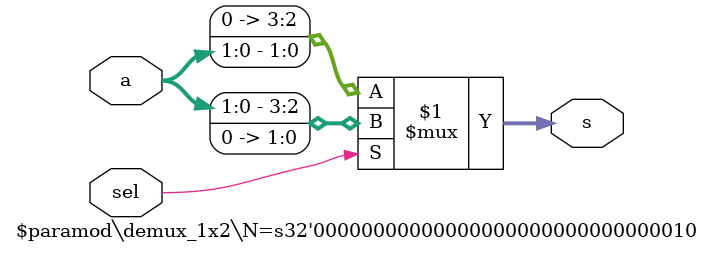
<source format=v>
`timescale 1ns / 1ps

module demux_1x2 #(parameter N = 2) (
    input [N-1:0] a,
    input sel,
    output [2*N-1:0] s
    );
    
    assign {s[2*N-1:N],s[N-1:0]} = sel ? {a,{N{1'B0}}} : {{N{1'B0}},a};

endmodule

module demux #(parameter N = 2, S = 2) (
    input [N-1:0] a,
    input [$clog2(S)-1:0] sel,
    output [(2**$clog2(S))*N-1:0] s
    );
    
    wire [N-1:0] demux_out [$clog2(S)-2:0][(2**$clog2(S))-1:0];
    
    genvar i, j;
    generate
    for (i = 0; i < $clog2(S); i = i+1) begin
        for (j = 0; j < 2**i; j = j+1) begin
            if (i == 0)
                demux_1x2 #(.N(N)) d(.a(a), .sel(sel[$clog2(S)-i-1]), .s({demux_out[i][2*j+1], demux_out[i][2*j]}));
            else if (i == $clog2(S)-1)
                demux_1x2 #(.N(N)) d(.a(demux_out[i-1][j]), .sel(sel[$clog2(S)-i-1]), .s(s[(2*(j+1))*N-1:2*j*N]));
            else
                demux_1x2 #(.N(N)) d(.a(demux_out[i-1][j]), .sel(sel[$clog2(S)-i-1]), .s({demux_out[i][2*j+1], demux_out[i][2*j]}));
        end
    end
    endgenerate
    
endmodule

</source>
